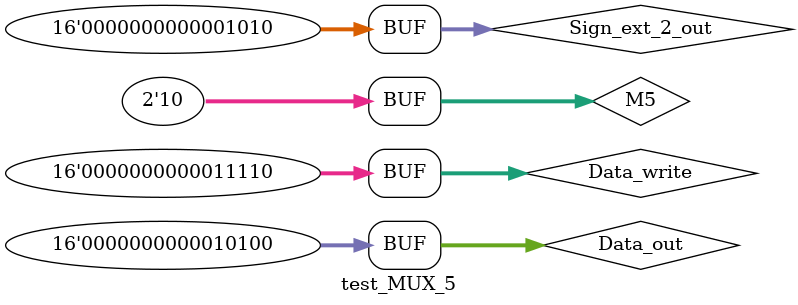
<source format=v>
                                      `timescale 1ns / 1ps


module test_MUX_5;

parameter N=16;
 
reg [N-1:0] Sign_ext_2_out;
reg [N-1:0] Data_out;
reg [N-1:0] Data_write;
reg [1:0] M5;
wire [N-1:0] MUX_5_out;

MUX_5 mx5(
    .M5 (M5),
    .Sign_ext_2_out (Sign_ext_2_out),
    .Data_out (Data_out),
    .Data_write (Data_write),
    .MUX_5_out (MUX_5_out)   
);

initial

begin
    #0 M5=0;
    #0 Sign_ext_2_out = 10;
    #0 Data_out = 20;
    #0 Data_write=30;
    #5 M5=1;
    #5 M5=2;
end

endmodule
    
</source>
